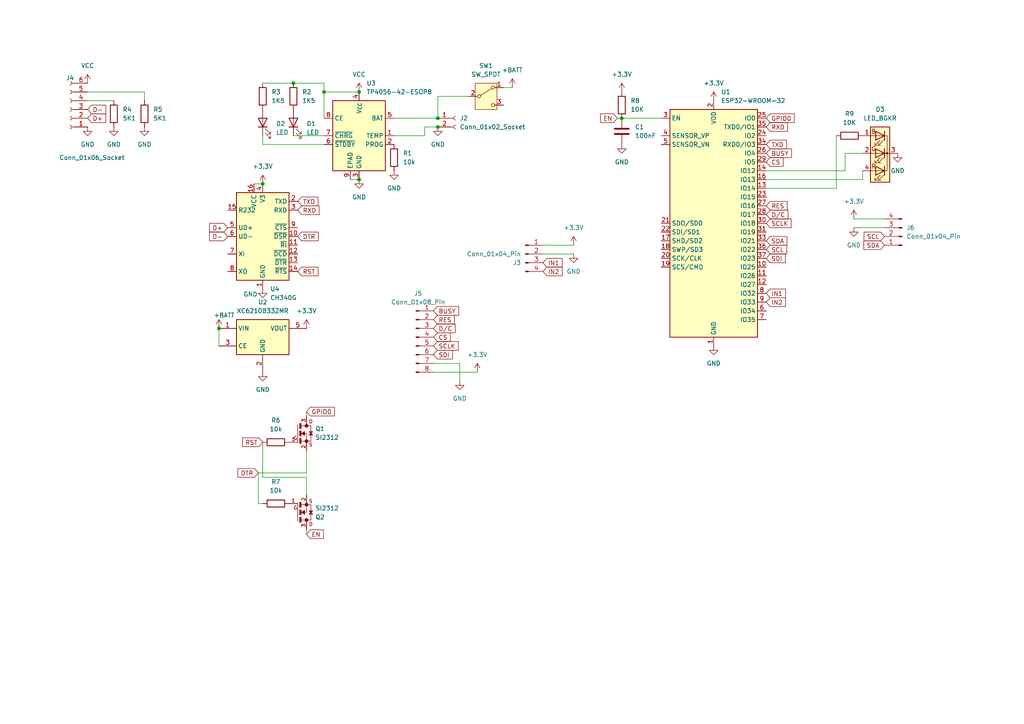
<source format=kicad_sch>
(kicad_sch (version 20250114) (generator "eeschema") (generator_version "9.0")
  (paper "A4")
  (lib_symbols
    (symbol "Battery_Management:TP4056-42-ESOP8"
      (property "Reference" "U" (at -6.604 11.684 0))
      (property "Value" "TP4056-42-ESOP8" (at 10.16 11.684 0))
      (symbol "TP4056-42-ESOP8_1_0"
        (pin input line (at -10.16 5.08 0) (length 2.54) (name "CE") (number "8"))
        (pin open_collector line (at -10.16 0 0) (length 2.54) (name "~{CHRG}") (number "7"))
        (pin open_collector line (at -10.16 -2.54 0) (length 2.54) (name "~{STDBY}") (number "6"))
        (pin passive line (at -2.54 -12.7 90) (length 2.54) (name "EPAD") (number "9"))
        (pin power_in line (at 0 12.7 270) (length 2.54) (name "V_{CC}") (number "4"))
        (pin power_in line (at 0 -12.7 90) (length 2.54) (name "GND") (number "3"))
        (pin power_out line (at 10.16 5.08 180) (length 2.54) (name "BAT") (number "5"))
        (pin input line (at 10.16 0 180) (length 2.54) (name "TEMP") (number "1"))
        (pin passive line (at 10.16 -2.54 180) (length 2.54) (name "PROG") (number "2"))
      )
      (symbol "TP4056-42-ESOP8_1_1"
        (rectangle (start -7.62 10.16) (end 7.62 -10.16) (stroke (width 0.254)) (fill (type background)))
      )
    )
    (symbol "Connector:Conn_01x02_Socket" (pin_names (offset 1.016) (hide yes))
      (property "Reference" "J" (at 0 2.54 0))
      (property "Value" "Conn_01x02_Socket" (at 0 -5.08 0))
      (symbol "Conn_01x02_Socket_1_1"
        (polyline (pts (xy -1.27 0) (xy -0.508 0)) (stroke (width 0.1524)))
        (polyline (pts (xy -1.27 -2.54) (xy -0.508 -2.54)) (stroke (width 0.1524)))
        (arc (start 0 -0.508) (mid -0.5058 0) (end 0 0.508) (stroke (width 0.1524)))
        (arc (start 0 -3.048) (mid -0.5058 -2.54) (end 0 -2.032) (stroke (width 0.1524)))
        (pin passive line (at -5.08 0 0) (length 3.81) (name "Pin_1") (number "1"))
        (pin passive line (at -5.08 -2.54 0) (length 3.81) (name "Pin_2") (number "2"))
      )
    )
    (symbol "Connector:Conn_01x04_Pin" (pin_names (offset 1.016) (hide yes))
      (property "Reference" "J" (at 0 5.08 0))
      (property "Value" "Conn_01x04_Pin" (at 0 -7.62 0))
      (symbol "Conn_01x04_Pin_1_1"
        (rectangle (start 0.8636 2.667) (end 0 2.413) (stroke (width 0.1524)) (fill (type outline)))
        (rectangle (start 0.8636 0.127) (end 0 -0.127) (stroke (width 0.1524)) (fill (type outline)))
        (rectangle (start 0.8636 -2.413) (end 0 -2.667) (stroke (width 0.1524)) (fill (type outline)))
        (rectangle (start 0.8636 -4.953) (end 0 -5.207) (stroke (width 0.1524)) (fill (type outline)))
        (polyline (pts (xy 1.27 2.54) (xy 0.8636 2.54)) (stroke (width 0.1524)))
        (polyline (pts (xy 1.27 0) (xy 0.8636 0)) (stroke (width 0.1524)))
        (polyline (pts (xy 1.27 -2.54) (xy 0.8636 -2.54)) (stroke (width 0.1524)))
        (polyline (pts (xy 1.27 -5.08) (xy 0.8636 -5.08)) (stroke (width 0.1524)))
        (pin passive line (at 5.08 2.54 180) (length 3.81) (name "Pin_1") (number "1"))
        (pin passive line (at 5.08 0 180) (length 3.81) (name "Pin_2") (number "2"))
        (pin passive line (at 5.08 -2.54 180) (length 3.81) (name "Pin_3") (number "3"))
        (pin passive line (at 5.08 -5.08 180) (length 3.81) (name "Pin_4") (number "4"))
      )
    )
    (symbol "Connector:Conn_01x06_Socket" (pin_names (offset 1.016) (hide yes))
      (property "Reference" "J" (at 0 7.62 0))
      (property "Value" "Conn_01x06_Socket" (at 0 -10.16 0))
      (symbol "Conn_01x06_Socket_1_1"
        (polyline (pts (xy -1.27 5.08) (xy -0.508 5.08)) (stroke (width 0.1524)))
        (polyline (pts (xy -1.27 2.54) (xy -0.508 2.54)) (stroke (width 0.1524)))
        (polyline (pts (xy -1.27 0) (xy -0.508 0)) (stroke (width 0.1524)))
        (polyline (pts (xy -1.27 -2.54) (xy -0.508 -2.54)) (stroke (width 0.1524)))
        (polyline (pts (xy -1.27 -5.08) (xy -0.508 -5.08)) (stroke (width 0.1524)))
        (polyline (pts (xy -1.27 -7.62) (xy -0.508 -7.62)) (stroke (width 0.1524)))
        (arc (start 0 4.572) (mid -0.5058 5.08) (end 0 5.588) (stroke (width 0.1524)))
        (arc (start 0 2.032) (mid -0.5058 2.54) (end 0 3.048) (stroke (width 0.1524)))
        (arc (start 0 -0.508) (mid -0.5058 0) (end 0 0.508) (stroke (width 0.1524)))
        (arc (start 0 -3.048) (mid -0.5058 -2.54) (end 0 -2.032) (stroke (width 0.1524)))
        (arc (start 0 -5.588) (mid -0.5058 -5.08) (end 0 -4.572) (stroke (width 0.1524)))
        (arc (start 0 -8.128) (mid -0.5058 -7.62) (end 0 -7.112) (stroke (width 0.1524)))
        (pin passive line (at -5.08 5.08 0) (length 3.81) (name "Pin_1") (number "1"))
        (pin passive line (at -5.08 2.54 0) (length 3.81) (name "Pin_2") (number "2"))
        (pin passive line (at -5.08 0 0) (length 3.81) (name "Pin_3") (number "3"))
        (pin passive line (at -5.08 -2.54 0) (length 3.81) (name "Pin_4") (number "4"))
        (pin passive line (at -5.08 -5.08 0) (length 3.81) (name "Pin_5") (number "5"))
        (pin passive line (at -5.08 -7.62 0) (length 3.81) (name "Pin_6") (number "6"))
      )
    )
    (symbol "Connector:Conn_01x08_Pin" (pin_names (offset 1.016) (hide yes))
      (property "Reference" "J" (at 0 10.16 0))
      (property "Value" "Conn_01x08_Pin" (at 0 -12.7 0))
      (symbol "Conn_01x08_Pin_1_1"
        (rectangle (start 0.8636 7.747) (end 0 7.493) (stroke (width 0.1524)) (fill (type outline)))
        (rectangle (start 0.8636 5.207) (end 0 4.953) (stroke (width 0.1524)) (fill (type outline)))
        (rectangle (start 0.8636 2.667) (end 0 2.413) (stroke (width 0.1524)) (fill (type outline)))
        (rectangle (start 0.8636 0.127) (end 0 -0.127) (stroke (width 0.1524)) (fill (type outline)))
        (rectangle (start 0.8636 -2.413) (end 0 -2.667) (stroke (width 0.1524)) (fill (type outline)))
        (rectangle (start 0.8636 -4.953) (end 0 -5.207) (stroke (width 0.1524)) (fill (type outline)))
        (rectangle (start 0.8636 -7.493) (end 0 -7.747) (stroke (width 0.1524)) (fill (type outline)))
        (rectangle (start 0.8636 -10.033) (end 0 -10.287) (stroke (width 0.1524)) (fill (type outline)))
        (polyline (pts (xy 1.27 7.62) (xy 0.8636 7.62)) (stroke (width 0.1524)))
        (polyline (pts (xy 1.27 5.08) (xy 0.8636 5.08)) (stroke (width 0.1524)))
        (polyline (pts (xy 1.27 2.54) (xy 0.8636 2.54)) (stroke (width 0.1524)))
        (polyline (pts (xy 1.27 0) (xy 0.8636 0)) (stroke (width 0.1524)))
        (polyline (pts (xy 1.27 -2.54) (xy 0.8636 -2.54)) (stroke (width 0.1524)))
        (polyline (pts (xy 1.27 -5.08) (xy 0.8636 -5.08)) (stroke (width 0.1524)))
        (polyline (pts (xy 1.27 -7.62) (xy 0.8636 -7.62)) (stroke (width 0.1524)))
        (polyline (pts (xy 1.27 -10.16) (xy 0.8636 -10.16)) (stroke (width 0.1524)))
        (pin passive line (at 5.08 7.62 180) (length 3.81) (name "Pin_1") (number "1"))
        (pin passive line (at 5.08 5.08 180) (length 3.81) (name "Pin_2") (number "2"))
        (pin passive line (at 5.08 2.54 180) (length 3.81) (name "Pin_3") (number "3"))
        (pin passive line (at 5.08 0 180) (length 3.81) (name "Pin_4") (number "4"))
        (pin passive line (at 5.08 -2.54 180) (length 3.81) (name "Pin_5") (number "5"))
        (pin passive line (at 5.08 -5.08 180) (length 3.81) (name "Pin_6") (number "6"))
        (pin passive line (at 5.08 -7.62 180) (length 3.81) (name "Pin_7") (number "7"))
        (pin passive line (at 5.08 -10.16 180) (length 3.81) (name "Pin_8") (number "8"))
      )
    )
    (symbol "Device:C" (pin_numbers (hide yes)) (pin_names (offset 0.254))
      (property "Reference" "C" (at 0.635 2.54 0))
      (property "Value" "C" (at 0.635 -2.54 0))
      (symbol "C_0_1"
        (polyline (pts (xy -2.032 0.762) (xy 2.032 0.762)) (stroke (width 0.508)))
        (polyline (pts (xy -2.032 -0.762) (xy 2.032 -0.762)) (stroke (width 0.508)))
      )
      (symbol "C_1_1"
        (pin passive line (at 0 3.81 270) (length 2.794) (name "~") (number "1"))
        (pin passive line (at 0 -3.81 90) (length 2.794) (name "~") (number "2"))
      )
    )
    (symbol "Device:LED" (pin_numbers (hide yes)) (pin_names (offset 1.016) (hide yes))
      (property "Reference" "D" (at 0 2.54 0))
      (property "Value" "LED" (at 0 -2.54 0))
      (symbol "LED_0_1"
        (polyline (pts (xy -3.048 -0.762) (xy -4.572 -2.286) (xy -3.81 -2.286) (xy -4.572 -2.286) (xy -4.572 -1.524)))
        (polyline (pts (xy -1.778 -0.762) (xy -3.302 -2.286) (xy -2.54 -2.286) (xy -3.302 -2.286) (xy -3.302 -1.524)))
        (polyline (pts (xy -1.27 0) (xy 1.27 0)))
        (polyline (pts (xy -1.27 -1.27) (xy -1.27 1.27)) (stroke (width 0.254)))
        (polyline (pts (xy 1.27 -1.27) (xy 1.27 1.27) (xy -1.27 0) (xy 1.27 -1.27)) (stroke (width 0.254)))
      )
      (symbol "LED_1_1"
        (pin passive line (at -3.81 0 0) (length 2.54) (name "K") (number "1"))
        (pin passive line (at 3.81 0 180) (length 2.54) (name "A") (number "2"))
      )
    )
    (symbol "Device:LED_BGKR" (pin_names (offset 0) (hide yes))
      (property "Reference" "D" (at 0 9.398 0))
      (property "Value" "LED_BGKR" (at 0 -8.89 0))
      (symbol "LED_BGKR_0_0"
        (text "R" (at 1.905 3.81 0) (effects (font (size 1.27 1.27))))
        (text "G" (at 1.905 -1.27 0) (effects (font (size 1.27 1.27))))
        (text "B" (at 1.905 -6.35 0) (effects (font (size 1.27 1.27))))
      )
      (symbol "LED_BGKR_0_1"
        (circle (center -2.032 0) (radius 0.254) (fill (type outline)))
        (polyline (pts (xy -1.27 6.35) (xy -1.27 3.81)) (stroke (width 0.254)))
        (polyline (pts (xy -1.27 6.35) (xy -1.27 3.81) (xy -1.27 3.81)))
        (polyline (pts (xy -1.27 5.08) (xy 1.27 5.08)))
        (polyline (pts (xy -1.27 5.08) (xy -2.032 5.08) (xy -2.032 -5.08) (xy -1.016 -5.08)))
        (polyline (pts (xy -1.27 1.27) (xy -1.27 -1.27)) (stroke (width 0.254)))
        (polyline (pts (xy -1.27 1.27) (xy -1.27 -1.27) (xy -1.27 -1.27)))
        (polyline (pts (xy -1.27 0) (xy -2.54 0)))
        (polyline (pts (xy -1.27 -3.81) (xy -1.27 -6.35)) (stroke (width 0.254)))
        (polyline (pts (xy -1.27 -5.08) (xy 1.27 -5.08)))
        (polyline (pts (xy -1.016 6.35) (xy 0.508 7.874) (xy -0.254 7.874) (xy 0.508 7.874) (xy 0.508 7.112)))
        (polyline (pts (xy -1.016 1.27) (xy 0.508 2.794) (xy -0.254 2.794) (xy 0.508 2.794) (xy 0.508 2.032)))
        (polyline (pts (xy -1.016 -3.81) (xy 0.508 -2.286) (xy -0.254 -2.286) (xy 0.508 -2.286) (xy 0.508 -3.048)))
        (polyline (pts (xy 0 6.35) (xy 1.524 7.874) (xy 0.762 7.874) (xy 1.524 7.874) (xy 1.524 7.112)))
        (polyline (pts (xy 0 1.27) (xy 1.524 2.794) (xy 0.762 2.794) (xy 1.524 2.794) (xy 1.524 2.032)))
        (polyline (pts (xy 0 -3.81) (xy 1.524 -2.286) (xy 0.762 -2.286) (xy 1.524 -2.286) (xy 1.524 -3.048)))
        (polyline (pts (xy 1.27 6.35) (xy 1.27 3.81) (xy -1.27 5.08) (xy 1.27 6.35)) (stroke (width 0.254)))
        (rectangle (start 1.27 6.35) (end 1.27 6.35))
        (polyline (pts (xy 1.27 5.08) (xy 2.54 5.08)))
        (rectangle (start 1.27 3.81) (end 1.27 6.35))
        (polyline (pts (xy 1.27 1.27) (xy 1.27 -1.27) (xy -1.27 0) (xy 1.27 1.27)) (stroke (width 0.254)))
        (rectangle (start 1.27 1.27) (end 1.27 1.27))
        (polyline (pts (xy 1.27 0) (xy -1.27 0)))
        (polyline (pts (xy 1.27 0) (xy 2.54 0)))
        (rectangle (start 1.27 -1.27) (end 1.27 1.27))
        (polyline (pts (xy 1.27 -3.81) (xy 1.27 -6.35) (xy -1.27 -5.08) (xy 1.27 -3.81)) (stroke (width 0.254)))
        (polyline (pts (xy 1.27 -5.08) (xy 2.54 -5.08)))
        (rectangle (start 2.794 8.382) (end -2.794 -7.62) (stroke (width 0.254)) (fill (type background)))
      )
      (symbol "LED_BGKR_1_1"
        (pin passive line (at -5.08 0 0) (length 2.54) (name "K") (number "3"))
        (pin passive line (at 5.08 5.08 180) (length 2.54) (name "RA") (number "4"))
        (pin passive line (at 5.08 0 180) (length 2.54) (name "GA") (number "2"))
        (pin passive line (at 5.08 -5.08 180) (length 2.54) (name "BA") (number "1"))
      )
    )
    (symbol "Device:R" (pin_numbers (hide yes)) (pin_names (offset 0))
      (property "Reference" "R" (at 2.032 0 90))
      (property "Value" "R" (at 0 0 90))
      (symbol "R_0_1"
        (rectangle (start -1.016 -2.54) (end 1.016 2.54) (stroke (width 0.254)))
      )
      (symbol "R_1_1"
        (pin passive line (at 0 3.81 270) (length 1.27) (name "~") (number "1"))
        (pin passive line (at 0 -3.81 90) (length 1.27) (name "~") (number "2"))
      )
    )
    (symbol "Interface_USB:CH340G"
      (property "Reference" "U" (at -5.08 13.97 0))
      (property "Value" "CH340G" (at 1.27 13.97 0))
      (symbol "CH340G_0_1"
        (rectangle (start -7.62 12.7) (end 7.62 -12.7) (stroke (width 0.254)) (fill (type background)))
      )
      (symbol "CH340G_1_1"
        (pin input line (at -10.16 7.62 0) (length 2.54) (name "R232") (number "15"))
        (pin bidirectional line (at -10.16 2.54 0) (length 2.54) (name "UD+") (number "5"))
        (pin bidirectional line (at -10.16 0 0) (length 2.54) (name "UD-") (number "6"))
        (pin input line (at -10.16 -5.08 0) (length 2.54) (name "XI") (number "7"))
        (pin output line (at -10.16 -10.16 0) (length 2.54) (name "XO") (number "8"))
        (pin power_in line (at -2.54 15.24 270) (length 2.54) (name "VCC") (number "16"))
        (pin power_out line (at 0 15.24 270) (length 2.54) (name "V3") (number "4"))
        (pin power_in line (at 0 -15.24 90) (length 2.54) (name "GND") (number "1"))
        (pin output line (at 10.16 10.16 180) (length 2.54) (name "TXD") (number "2"))
        (pin input line (at 10.16 7.62 180) (length 2.54) (name "RXD") (number "3"))
        (pin input line (at 10.16 2.54 180) (length 2.54) (name "~{CTS}") (number "9"))
        (pin input line (at 10.16 0 180) (length 2.54) (name "~{DSR}") (number "10"))
        (pin input line (at 10.16 -2.54 180) (length 2.54) (name "~{RI}") (number "11"))
        (pin input line (at 10.16 -5.08 180) (length 2.54) (name "~{DCD}") (number "12"))
        (pin output line (at 10.16 -7.62 180) (length 2.54) (name "~{DTR}") (number "13"))
        (pin output line (at 10.16 -10.16 180) (length 2.54) (name "~{RTS}") (number "14"))
      )
    )
    (symbol "RF_Module:ESP32-WROOM-32"
      (property "Reference" "U" (at -12.7 34.29 0))
      (property "Value" "ESP32-WROOM-32" (at 1.27 34.29 0))
      (symbol "ESP32-WROOM-32_0_1"
        (rectangle (start -12.7 33.02) (end 12.7 -33.02) (stroke (width 0.254)) (fill (type background)))
      )
      (symbol "ESP32-WROOM-32_1_1"
        (pin input line (at -15.24 30.48 0) (length 2.54) (name "EN") (number "3"))
        (pin input line (at -15.24 25.4 0) (length 2.54) (name "SENSOR_VP") (number "4"))
        (pin input line (at -15.24 22.86 0) (length 2.54) (name "SENSOR_VN") (number "5"))
        (pin bidirectional line (at -15.24 0 0) (length 2.54) (name "SDO/SD0") (number "21"))
        (pin bidirectional line (at -15.24 -2.54 0) (length 2.54) (name "SDI/SD1") (number "22"))
        (pin bidirectional line (at -15.24 -5.08 0) (length 2.54) (name "SHD/SD2") (number "17"))
        (pin bidirectional line (at -15.24 -7.62 0) (length 2.54) (name "SWP/SD3") (number "18"))
        (pin bidirectional line (at -15.24 -10.16 0) (length 2.54) (name "SCK/CLK") (number "20"))
        (pin bidirectional line (at -15.24 -12.7 0) (length 2.54) (name "SCS/CMD") (number "19"))
        (pin no_connect line (at -12.7 -27.94 0) (length 2.54) (hide yes) (name "NC") (number "32"))
        (pin power_in line (at 0 35.56 270) (length 2.54) (name "VDD") (number "2"))
        (pin power_in line (at 0 -35.56 90) (length 2.54) (name "GND") (number "1"))
        (pin passive line (at 0 -35.56 90) (length 2.54) (hide yes) (name "GND") (number "15"))
        (pin passive line (at 0 -35.56 90) (length 2.54) (hide yes) (name "GND") (number "38"))
        (pin passive line (at 0 -35.56 90) (length 2.54) (hide yes) (name "GND") (number "39"))
        (pin bidirectional line (at 15.24 30.48 180) (length 2.54) (name "IO0") (number "25"))
        (pin bidirectional line (at 15.24 27.94 180) (length 2.54) (name "TXD0/IO1") (number "35"))
        (pin bidirectional line (at 15.24 25.4 180) (length 2.54) (name "IO2") (number "24"))
        (pin bidirectional line (at 15.24 22.86 180) (length 2.54) (name "RXD0/IO3") (number "34"))
        (pin bidirectional line (at 15.24 20.32 180) (length 2.54) (name "IO4") (number "26"))
        (pin bidirectional line (at 15.24 17.78 180) (length 2.54) (name "IO5") (number "29"))
        (pin bidirectional line (at 15.24 15.24 180) (length 2.54) (name "IO12") (number "14"))
        (pin bidirectional line (at 15.24 12.7 180) (length 2.54) (name "IO13") (number "16"))
        (pin bidirectional line (at 15.24 10.16 180) (length 2.54) (name "IO14") (number "13"))
        (pin bidirectional line (at 15.24 7.62 180) (length 2.54) (name "IO15") (number "23"))
        (pin bidirectional line (at 15.24 5.08 180) (length 2.54) (name "IO16") (number "27"))
        (pin bidirectional line (at 15.24 2.54 180) (length 2.54) (name "IO17") (number "28"))
        (pin bidirectional line (at 15.24 0 180) (length 2.54) (name "IO18") (number "30"))
        (pin bidirectional line (at 15.24 -2.54 180) (length 2.54) (name "IO19") (number "31"))
        (pin bidirectional line (at 15.24 -5.08 180) (length 2.54) (name "IO21") (number "33"))
        (pin bidirectional line (at 15.24 -7.62 180) (length 2.54) (name "IO22") (number "36"))
        (pin bidirectional line (at 15.24 -10.16 180) (length 2.54) (name "IO23") (number "37"))
        (pin bidirectional line (at 15.24 -12.7 180) (length 2.54) (name "IO25") (number "10"))
        (pin bidirectional line (at 15.24 -15.24 180) (length 2.54) (name "IO26") (number "11"))
        (pin bidirectional line (at 15.24 -17.78 180) (length 2.54) (name "IO27") (number "12"))
        (pin bidirectional line (at 15.24 -20.32 180) (length 2.54) (name "IO32") (number "8"))
        (pin bidirectional line (at 15.24 -22.86 180) (length 2.54) (name "IO33") (number "9"))
        (pin input line (at 15.24 -25.4 180) (length 2.54) (name "IO34") (number "6"))
        (pin input line (at 15.24 -27.94 180) (length 2.54) (name "IO35") (number "7"))
      )
    )
    (symbol "Regulator_Linear:XC6210B332MR"
      (property "Reference" "U" (at 0 8.89 0))
      (property "Value" "XC6210B332MR" (at 0 6.35 0))
      (symbol "XC6210B332MR_0_1"
        (rectangle (start -7.62 5.08) (end 7.62 -5.08) (stroke (width 0.254)) (fill (type background)))
      )
      (symbol "XC6210B332MR_1_1"
        (pin power_in line (at -12.7 2.54 0) (length 5.08) (name "VIN") (number "1"))
        (pin input line (at -12.7 -2.54 0) (length 5.08) (name "CE") (number "3"))
        (pin power_in line (at 0 -10.16 90) (length 5.08) (name "GND") (number "2"))
        (pin no_connect line (at 7.62 -2.54 180) (length 5.08) (hide yes) (name "NC") (number "4"))
        (pin power_out line (at 12.7 2.54 180) (length 5.08) (name "VOUT") (number "5"))
      )
    )
    (symbol "SI2312:SI2312" (pin_names (offset 1.016))
      (property "Reference" "Q" (at 2.54 0 0))
      (property "Value" "SI2312" (at 2.54 -2.54 0))
      (symbol "SI2312_0_0"
        (polyline (pts (xy -2.54 -2.54) (xy -2.54 2.54)) (stroke (width 0.1524)))
        (rectangle (start -2.032 1.397) (end -1.524 2.921) (stroke (width 0.1)) (fill (type outline)))
        (rectangle (start -2.032 -0.762) (end -1.524 0.762) (stroke (width 0.1)) (fill (type outline)))
        (rectangle (start -2.032 -2.921) (end -1.524 -1.397) (stroke (width 0.1)) (fill (type outline)))
        (polyline (pts (xy -1.5875 2.2225) (xy 0 2.2225)) (stroke (width 0.1524)))
        (polyline (pts (xy -1.5875 -2.2225) (xy 0 -2.2225)) (stroke (width 0.1524)))
        (polyline (pts (xy -1.524 0) (xy -0.508 0.635) (xy -0.508 -0.635) (xy -1.524 0)) (stroke (width 0.1016)) (fill (type outline)))
        (polyline (pts (xy -0.508 0) (xy 0 0)) (stroke (width 0.1524)))
        (polyline (pts (xy 0 2.54) (xy 0 2.2225)) (stroke (width 0.1524)))
        (circle (center 0 2.2225) (radius 0.127) (stroke (width 0.4064)))
        (polyline (pts (xy 0 2.2225) (xy 1.27 2.2225)) (stroke (width 0.1524)))
        (polyline (pts (xy 0 0) (xy 0 -2.2225)) (stroke (width 0.1524)))
        (polyline (pts (xy 0 -2.2225) (xy 0 -2.54)) (stroke (width 0.1524)))
        (circle (center 0 -2.2225) (radius 0.127) (stroke (width 0.4064)))
        (rectangle (start 0.762 0.3175) (end 1.778 0.5715) (stroke (width 0.1)) (fill (type outline)))
        (polyline (pts (xy 1.27 2.2225) (xy 1.27 -2.2225)) (stroke (width 0.1524)))
        (polyline (pts (xy 1.27 0.3175) (xy 0.762 -0.4445) (xy 1.778 -0.4445) (xy 1.27 0.3175)) (stroke (width 0.1524)) (fill (type outline)))
        (polyline (pts (xy 1.27 -2.2225) (xy 0 -2.2225)) (stroke (width 0.1524)))
        (text "G" (at -3.81 -1.905 0) (effects (font (size 1.016 1.016)) (justify left bottom)))
        (text "D" (at 0.635 2.8575 0) (effects (font (size 1.016 1.016)) (justify left bottom)))
        (text "S" (at 0.635 -3.81 0) (effects (font (size 1.016 1.016)) (justify left bottom)))
        (pin passive line (at -5.08 -2.54 0) (length 2.54) (name "~") (number "1"))
        (pin passive line (at 0 5.08 270) (length 2.54) (name "~") (number "3"))
        (pin passive line (at 0 -5.08 90) (length 2.54) (name "~") (number "2"))
      )
    )
    (symbol "Switch:SW_SPDT" (pin_names (offset 0) (hide yes))
      (property "Reference" "SW" (at 0 5.08 0))
      (property "Value" "SW_SPDT" (at 0 -5.08 0))
      (symbol "SW_SPDT_0_1"
        (circle (center -2.032 0) (radius 0.4572))
        (polyline (pts (xy -1.651 0.254) (xy 1.651 2.286)))
        (circle (center 2.032 2.54) (radius 0.4572))
        (circle (center 2.032 -2.54) (radius 0.4572))
      )
      (symbol "SW_SPDT_1_1"
        (rectangle (start -3.175 3.81) (end 3.175 -3.81) (fill (type background)))
        (pin passive line (at -5.08 0 0) (length 2.54) (name "B") (number "2"))
        (pin passive line (at 5.08 2.54 180) (length 2.54) (name "A") (number "1"))
        (pin passive line (at 5.08 -2.54 180) (length 2.54) (name "C") (number "3"))
      )
    )
    (symbol "power:+3.3V" (power) (pin_numbers (hide yes)) (pin_names (offset 0) (hide yes))
      (property "Value" "+3.3V" (at 0 3.556 0))
      (symbol "+3.3V_0_1"
        (polyline (pts (xy -0.762 1.27) (xy 0 2.54)))
        (polyline (pts (xy 0 2.54) (xy 0.762 1.27)))
        (polyline (pts (xy 0 0) (xy 0 2.54)))
      )
      (symbol "+3.3V_1_1"
        (pin power_in line (at 0 0 90) (length 0) (name "~") (number "1"))
      )
    )
    (symbol "power:+BATT" (power) (pin_numbers (hide yes)) (pin_names (offset 0) (hide yes))
      (property "Value" "+BATT" (at 0 3.556 0))
      (symbol "+BATT_0_1"
        (polyline (pts (xy -0.762 1.27) (xy 0 2.54)))
        (polyline (pts (xy 0 2.54) (xy 0.762 1.27)))
        (polyline (pts (xy 0 0) (xy 0 2.54)))
      )
      (symbol "+BATT_1_1"
        (pin power_in line (at 0 0 90) (length 0) (name "~") (number "1"))
      )
    )
    (symbol "power:GND" (power) (pin_numbers (hide yes)) (pin_names (offset 0) (hide yes))
      (property "Value" "GND" (at 0 -3.81 0))
      (symbol "GND_0_1"
        (polyline (pts (xy 0 0) (xy 0 -1.27) (xy 1.27 -1.27) (xy 0 -2.54) (xy -1.27 -1.27) (xy 0 -1.27)))
      )
      (symbol "GND_1_1"
        (pin power_in line (at 0 0 270) (length 0) (name "~") (number "1"))
      )
    )
    (symbol "power:VCC" (power) (pin_numbers (hide yes)) (pin_names (offset 0) (hide yes))
      (property "Value" "VCC" (at 0 3.556 0))
      (symbol "VCC_0_1"
        (polyline (pts (xy -0.762 1.27) (xy 0 2.54)))
        (polyline (pts (xy 0 2.54) (xy 0.762 1.27)))
        (polyline (pts (xy 0 0) (xy 0 2.54)))
      )
      (symbol "VCC_1_1"
        (pin power_in line (at 0 0 90) (length 0) (name "~") (number "1"))
      )
    )
  )
  (junction (at 127 34.29))
  (junction (at 127 36.83))
  (junction (at 180.34 34.29))
  (junction (at 85.09 24.13))
  (junction (at 76.2 53.34))
  (junction (at 104.14 52.07))
  (junction (at 63.5 95.25))
  (junction (at 104.14 26.67))
  (junction (at 93.98 26.67))
  (wire (pts (xy 250.19 44.45) (xy 245.11 44.45)))
  (wire (pts (xy 63.5 95.25) (xy 63.5 100.33)))
  (wire (pts (xy 76.2 138.43) (xy 88.9 138.43)))
  (wire (pts (xy 180.34 34.29) (xy 191.77 34.29)))
  (wire (pts (xy 123.19 36.83) (xy 123.19 39.37)))
  (wire (pts (xy 127 27.94) (xy 127 34.29)))
  (wire (pts (xy 88.9 138.43) (xy 88.9 143.51)))
  (wire (pts (xy 114.3 34.29) (xy 127 34.29)))
  (wire (pts (xy 157.48 71.12) (xy 166.37 71.12)))
  (wire (pts (xy 85.09 24.13) (xy 93.98 24.13)))
  (wire (pts (xy 250.19 52.07) (xy 222.25 52.07)))
  (wire (pts (xy 125.73 107.95) (xy 138.43 107.95)))
  (wire (pts (xy 250.19 49.53) (xy 250.19 52.07)))
  (wire (pts (xy 74.93 146.05) (xy 76.2 146.05)))
  (wire (pts (xy 93.98 41.91) (xy 76.2 41.91)))
  (wire (pts (xy 148.59 25.4) (xy 146.05 25.4)))
  (wire (pts (xy 88.9 137.16) (xy 74.93 137.16)))
  (wire (pts (xy 247.65 66.04) (xy 256.54 66.04)))
  (wire (pts (xy 76.2 24.13) (xy 85.09 24.13)))
  (wire (pts (xy 88.9 130.81) (xy 88.9 137.16)))
  (wire (pts (xy 245.11 49.53) (xy 222.25 49.53)))
  (wire (pts (xy 242.57 54.61) (xy 222.25 54.61)))
  (wire (pts (xy 25.4 26.67) (xy 41.91 26.67)))
  (wire (pts (xy 133.35 110.49) (xy 133.35 105.41)))
  (wire (pts (xy 73.66 53.34) (xy 76.2 53.34)))
  (wire (pts (xy 41.91 26.67) (xy 41.91 29.21)))
  (wire (pts (xy 245.11 44.45) (xy 245.11 49.53)))
  (wire (pts (xy 74.93 137.16) (xy 74.93 146.05)))
  (wire (pts (xy 101.6 52.07) (xy 104.14 52.07)))
  (wire (pts (xy 123.19 36.83) (xy 127 36.83)))
  (wire (pts (xy 114.3 39.37) (xy 123.19 39.37)))
  (wire (pts (xy 247.65 63.5) (xy 256.54 63.5)))
  (wire (pts (xy 85.09 39.37) (xy 93.98 39.37)))
  (wire (pts (xy 133.35 105.41) (xy 125.73 105.41)))
  (wire (pts (xy 33.02 29.21) (xy 25.4 29.21)))
  (wire (pts (xy 88.9 154.94) (xy 88.9 153.67)))
  (wire (pts (xy 179.07 34.29) (xy 180.34 34.29)))
  (wire (pts (xy 76.2 41.91) (xy 76.2 39.37)))
  (wire (pts (xy 88.9 119.38) (xy 88.9 120.65)))
  (wire (pts (xy 93.98 26.67) (xy 104.14 26.67)))
  (wire (pts (xy 242.57 39.37) (xy 242.57 54.61)))
  (wire (pts (xy 135.89 27.94) (xy 127 27.94)))
  (wire (pts (xy 93.98 34.29) (xy 93.98 26.67)))
  (wire (pts (xy 157.48 73.66) (xy 166.37 73.66)))
  (wire (pts (xy 76.2 128.27) (xy 76.2 138.43)))
  (wire (pts (xy 93.98 24.13) (xy 93.98 26.67)))
  (global_label "CS" (shape input) (at 125.73 97.79 0) (property "Intersheetrefs" "${INTERSHEET_REFS}" (effects (hide yes))))
  (global_label "D{slash}C" (shape input) (at 125.73 95.25 0) (property "Intersheetrefs" "${INTERSHEET_REFS}" (effects (hide yes))))
  (global_label "RES" (shape input) (at 125.73 92.71 0) (property "Intersheetrefs" "${INTERSHEET_REFS}" (effects (hide yes))))
  (global_label "SDI" (shape input) (at 125.73 102.87 0) (property "Intersheetrefs" "${INTERSHEET_REFS}" (effects (hide yes))))
  (global_label "SCL" (shape input) (at 222.25 72.39 0) (property "Intersheetrefs" "${INTERSHEET_REFS}" (effects (hide yes))))
  (global_label "EN" (shape input) (at 179.07 34.29 180) (property "Intersheetrefs" "${INTERSHEET_REFS}" (effects (hide yes))))
  (global_label "DTR" (shape input) (at 86.36 68.58 0) (property "Intersheetrefs" "${INTERSHEET_REFS}" (effects (hide yes))))
  (global_label "IN1" (shape input) (at 222.25 85.09 0) (property "Intersheetrefs" "${INTERSHEET_REFS}" (effects (hide yes))))
  (global_label "D-" (shape input) (at 25.4 31.75 0) (property "Intersheetrefs" "${INTERSHEET_REFS}" (effects (hide yes))))
  (global_label "GPIO0" (shape input) (at 222.25 34.29 0) (property "Intersheetrefs" "${INTERSHEET_REFS}" (effects (hide yes))))
  (global_label "D+" (shape input) (at 25.4 34.29 0) (property "Intersheetrefs" "${INTERSHEET_REFS}" (effects (hide yes))))
  (global_label "TXD" (shape input) (at 86.36 58.42 0) (property "Intersheetrefs" "${INTERSHEET_REFS}" (effects (hide yes))))
  (global_label "SDA" (shape input) (at 222.25 69.85 0) (property "Intersheetrefs" "${INTERSHEET_REFS}" (effects (hide yes))))
  (global_label "IN2" (shape input) (at 222.25 87.63 0) (property "Intersheetrefs" "${INTERSHEET_REFS}" (effects (hide yes))))
  (global_label "TXD" (shape input) (at 222.25 41.91 0) (property "Intersheetrefs" "${INTERSHEET_REFS}" (effects (hide yes))))
  (global_label "SCLK" (shape input) (at 222.25 64.77 0) (property "Intersheetrefs" "${INTERSHEET_REFS}" (effects (hide yes))))
  (global_label "EN" (shape input) (at 88.9 154.94 0) (property "Intersheetrefs" "${INTERSHEET_REFS}" (effects (hide yes))))
  (global_label "D{slash}C" (shape input) (at 222.25 62.23 0) (property "Intersheetrefs" "${INTERSHEET_REFS}" (effects (hide yes))))
  (global_label "D-" (shape input) (at 66.04 68.58 180) (property "Intersheetrefs" "${INTERSHEET_REFS}" (effects (hide yes))))
  (global_label "RES" (shape input) (at 222.25 59.69 0) (property "Intersheetrefs" "${INTERSHEET_REFS}" (effects (hide yes))))
  (global_label "IN1" (shape input) (at 157.48 76.2 0) (property "Intersheetrefs" "${INTERSHEET_REFS}" (effects (hide yes))))
  (global_label "SDA" (shape input) (at 256.54 71.12 180) (property "Intersheetrefs" "${INTERSHEET_REFS}" (effects (hide yes))))
  (global_label "RST" (shape input) (at 76.2 128.27 180) (property "Intersheetrefs" "${INTERSHEET_REFS}" (effects (hide yes))))
  (global_label "RXD" (shape input) (at 86.36 60.96 0) (property "Intersheetrefs" "${INTERSHEET_REFS}" (effects (hide yes))))
  (global_label "RST" (shape input) (at 86.36 78.74 0) (property "Intersheetrefs" "${INTERSHEET_REFS}" (effects (hide yes))))
  (global_label "SCL" (shape input) (at 256.54 68.58 180) (property "Intersheetrefs" "${INTERSHEET_REFS}" (effects (hide yes))))
  (global_label "D+" (shape input) (at 66.04 66.04 180) (property "Intersheetrefs" "${INTERSHEET_REFS}" (effects (hide yes))))
  (global_label "CS" (shape input) (at 222.25 46.99 0) (property "Intersheetrefs" "${INTERSHEET_REFS}" (effects (hide yes))))
  (global_label "IN2" (shape input) (at 157.48 78.74 0) (property "Intersheetrefs" "${INTERSHEET_REFS}" (effects (hide yes))))
  (global_label "SCLK" (shape input) (at 125.73 100.33 0) (property "Intersheetrefs" "${INTERSHEET_REFS}" (effects (hide yes))))
  (global_label "GPIO0" (shape input) (at 88.9 119.38 0) (property "Intersheetrefs" "${INTERSHEET_REFS}" (effects (hide yes))))
  (global_label "DTR" (shape input) (at 74.93 137.16 180) (property "Intersheetrefs" "${INTERSHEET_REFS}" (effects (hide yes))))
  (global_label "BUSY" (shape input) (at 222.25 44.45 0) (property "Intersheetrefs" "${INTERSHEET_REFS}" (effects (hide yes))))
  (global_label "RXD" (shape input) (at 222.25 36.83 0) (property "Intersheetrefs" "${INTERSHEET_REFS}" (effects (hide yes))))
  (global_label "SDI" (shape input) (at 222.25 74.93 0) (property "Intersheetrefs" "${INTERSHEET_REFS}" (effects (hide yes))))
  (global_label "BUSY" (shape input) (at 125.73 90.17 0) (property "Intersheetrefs" "${INTERSHEET_REFS}" (effects (hide yes))))
  (symbol (lib_id "Device:C") (at 180.34 38.1 0) (unit 1)
    (property "Reference" "C1" (at 184.15 36.8299 0) (effects (justify left)))
    (property "Value" "100nF" (at 184.15 39.3699 0) (effects (justify left)))
    (property "Footprint" "Capacitor_SMD:C_0805_2012Metric_Pad1.18x1.45mm_HandSolder" (effects (hide yes)))
    (property "Description" "Unpolarized capacitor" (effects (hide yes)))
  )
  (symbol (lib_id "power:VCC") (at 104.14 26.67 0) (unit 1)
    (property "Reference" "#PWR06" (effects (hide yes)))
    (property "Value" "VCC" (at 104.14 21.59 0))
    (property "Description" "Power symbol creates a global label with name \"VCC\"" (effects (hide yes)))
  )
  (symbol (lib_id "Connector:Conn_01x02_Socket") (at 132.08 34.29 0) (unit 1)
    (property "Reference" "J2" (at 133.35 34.2899 0) (effects (justify left)))
    (property "Value" "Conn_01x02_Socket" (at 133.35 36.8299 0) (effects (justify left)))
    (property "Footprint" "Connector_JST:JST_PH_S2B-PH-K_1x02_P2.00mm_Horizontal" (effects (hide yes)))
    (property "Description" "Generic connector, single row, 01x02, script generated" (effects (hide yes)))
  )
  (symbol (lib_id "Device:R") (at 41.91 33.02 0) (unit 1)
    (property "Reference" "R5" (at 44.45 31.7499 0) (effects (justify left)))
    (property "Value" "5K1" (at 44.45 34.2899 0) (effects (justify left)))
    (property "Footprint" "Resistor_SMD:R_0805_2012Metric_Pad1.20x1.40mm_HandSolder" (effects (hide yes)))
    (property "Description" "Resistor" (effects (hide yes)))
  )
  (symbol (lib_id "power:GND") (at 25.4 36.83 0) (unit 1)
    (property "Reference" "#PWR019" (effects (hide yes)))
    (property "Value" "GND" (at 25.4 41.91 0))
    (property "Description" "Power symbol creates a global label with name \"GND\" , ground" (effects (hide yes)))
  )
  (symbol (lib_id "Device:LED_BGKR") (at 255.27 44.45 180) (unit 1)
    (property "Reference" "D3" (at 255.27 31.75 0))
    (property "Value" "LED_BGKR" (at 255.27 34.29 0))
    (property "Footprint" "LED_THT:LED_D5.0mm-4_RGB" (effects (hide yes)))
    (property "Description" "RGB LED, blue/green/cathode/red" (effects (hide yes)))
  )
  (symbol (lib_id "SI2312:SI2312") (at 88.9 125.73 0) (unit 1)
    (property "Reference" "Q1" (at 91.44 124.3564 0) (effects (justify left)))
    (property "Value" "SI2312" (at 91.44 126.8964 0) (effects (justify left)))
    (property "Footprint" "SI2312:SOT23" (effects (hide yes)))
    (property "MF" "Micro Commercial Components" (effects (hide yes)))
    (property "Purchase-URL" "https://pricing.snapeda.com/search/part/SI2312/?ref=eda" (effects (hide yes)))
    (property "Package" "SOT-23 MCC" (effects (hide yes)))
    (property "Price" "None" (effects (hide yes)))
    (property "Check_prices" "https://www.snapeda.com/parts/SI2312-TP/Micro+Commercial/view-part/?ref=eda" (effects (hide yes)))
    (property "SnapEDA_Link" "https://www.snapeda.com/parts/SI2312-TP/Micro+Commercial/view-part/?ref=snap" (effects (hide yes)))
    (property "MP" "SI2312-TP" (effects (hide yes)))
    (property "Availability" "In Stock" (effects (hide yes)))
    (property "Description_1" "N-Channel 20V 5A (Ta) 350mW (Ta) Surface Mount SOT-23-3" (effects (hide yes)))
  )
  (symbol (lib_id "power:GND") (at 114.3 49.53 0) (mirror y) (unit 1)
    (property "Reference" "#PWR011" (effects (hide yes)))
    (property "Value" "GND" (at 114.3 54.61 0))
    (property "Description" "Power symbol creates a global label with name \"GND\" , ground" (effects (hide yes)))
  )
  (symbol (lib_id "Connector:Conn_01x04_Pin") (at 261.62 68.58 180) (unit 1)
    (property "Reference" "J6" (at 262.89 66.0399 0) (effects (justify right)))
    (property "Value" "Conn_01x04_Pin" (at 262.89 68.5799 0) (effects (justify right)))
    (property "Footprint" "Connector_JST:JST_XH_B4B-XH-AM_1x04_P2.50mm_Vertical" (effects (hide yes)))
    (property "Description" "Generic connector, single row, 01x04, script generated" (effects (hide yes)))
  )
  (symbol (lib_id "Connector:Conn_01x04_Pin") (at 152.4 73.66 0) (unit 1)
    (property "Reference" "J3" (at 151.13 76.2001 0) (effects (justify right)))
    (property "Value" "Conn_01x04_Pin" (at 151.13 73.6601 0) (effects (justify right)))
    (property "Footprint" "Connector_PinHeader_2.54mm:PinHeader_1x04_P2.54mm_Vertical" (effects (hide yes)))
    (property "Description" "Generic connector, single row, 01x04, script generated" (effects (hide yes)))
  )
  (symbol (lib_id "power:GND") (at 33.02 36.83 0) (unit 1)
    (property "Reference" "#PWR012" (effects (hide yes)))
    (property "Value" "GND" (at 33.02 41.91 0))
    (property "Description" "Power symbol creates a global label with name \"GND\" , ground" (effects (hide yes)))
  )
  (symbol (lib_id "power:GND") (at 207.01 100.33 0) (unit 1)
    (property "Reference" "#PWR04" (effects (hide yes)))
    (property "Value" "GND" (at 207.01 105.41 0))
    (property "Description" "Power symbol creates a global label with name \"GND\" , ground" (effects (hide yes)))
  )
  (symbol (lib_id "power:+3.3V") (at 180.34 26.67 0) (unit 1)
    (property "Reference" "#PWR025" (effects (hide yes)))
    (property "Value" "+3.3V" (at 180.34 21.59 0))
    (property "Description" "Power symbol creates a global label with name \"+3.3V\"" (effects (hide yes)))
  )
  (symbol (lib_id "power:+3.3V") (at 166.37 71.12 0) (unit 1)
    (property "Reference" "#PWR017" (effects (hide yes)))
    (property "Value" "+3.3V" (at 166.37 66.04 0))
    (property "Description" "Power symbol creates a global label with name \"+3.3V\"" (effects (hide yes)))
  )
  (symbol (lib_id "power:GND") (at 247.65 66.04 0) (unit 1)
    (property "Reference" "#PWR026" (effects (hide yes)))
    (property "Value" "GND" (at 247.65 71.12 0))
    (property "Description" "Power symbol creates a global label with name \"GND\" , ground" (effects (hide yes)))
  )
  (symbol (lib_id "Connector:Conn_01x06_Socket") (at 20.32 31.75 180) (unit 1)
    (property "Reference" "J4" (at 20.32 22.606 0))
    (property "Value" "Conn_01x06_Socket" (at 26.67 45.72 0))
    (property "Footprint" "Connector_JST:JST_PH_S6B-PH-K_1x06_P2.00mm_Horizontal" (effects (hide yes)))
    (property "Description" "Generic connector, single row, 01x06, script generated" (effects (hide yes)))
  )
  (symbol (lib_id "power:GND") (at 41.91 36.83 0) (unit 1)
    (property "Reference" "#PWR013" (effects (hide yes)))
    (property "Value" "GND" (at 41.91 41.91 0))
    (property "Description" "Power symbol creates a global label with name \"GND\" , ground" (effects (hide yes)))
  )
  (symbol (lib_id "power:+BATT") (at 63.5 95.25 0) (unit 1)
    (property "Reference" "#PWR014" (effects (hide yes)))
    (property "Value" "+BATT" (at 65.024 91.44 0))
    (property "Description" "Power symbol creates a global label with name \"+BATT\"" (effects (hide yes)))
  )
  (symbol (lib_id "power:GND") (at 104.14 52.07 0) (mirror y) (unit 1)
    (property "Reference" "#PWR09" (effects (hide yes)))
    (property "Value" "GND" (at 104.14 57.15 0))
    (property "Description" "Power symbol creates a global label with name \"GND\" , ground" (effects (hide yes)))
  )
  (symbol (lib_id "Interface_USB:CH340G") (at 76.2 68.58 0) (unit 1)
    (property "Reference" "U4" (at 78.3433 83.82 0) (effects (justify left)))
    (property "Value" "CH340G" (at 78.3433 86.36 0) (effects (justify left)))
    (property "Footprint" "Package_SO:SOIC-16_3.9x9.9mm_P1.27mm" (effects (hide yes)))
    (property "Datasheet" "http://www.datasheet5.com/pdf-local-2195953" (effects (hide yes)))
    (property "Description" "USB serial converter, UART, SOIC-16" (effects (hide yes)))
  )
  (symbol (lib_id "power:+3.3V") (at 247.65 63.5 0) (unit 1)
    (property "Reference" "#PWR027" (effects (hide yes)))
    (property "Value" "+3.3V" (at 247.65 58.42 0))
    (property "Description" "Power symbol creates a global label with name \"+3.3V\"" (effects (hide yes)))
  )
  (symbol (lib_id "Device:R") (at 80.01 146.05 90) (unit 1)
    (property "Reference" "R7" (at 80.01 139.7 90))
    (property "Value" "10k" (at 80.01 142.24 90))
    (property "Footprint" "Resistor_SMD:R_0805_2012Metric_Pad1.20x1.40mm_HandSolder" (effects (hide yes)))
    (property "Description" "Resistor" (effects (hide yes)))
  )
  (symbol (lib_id "Device:R") (at 85.09 27.94 0) (unit 1)
    (property "Reference" "R2" (at 87.63 26.6699 0) (effects (justify left)))
    (property "Value" "1K5" (at 87.63 29.2099 0) (effects (justify left)))
    (property "Footprint" "Resistor_SMD:R_0805_2012Metric_Pad1.20x1.40mm_HandSolder" (effects (hide yes)))
    (property "Description" "Resistor" (effects (hide yes)))
  )
  (symbol (lib_id "RF_Module:ESP32-WROOM-32") (at 207.01 64.77 0) (unit 1)
    (property "Reference" "U1" (at 209.1533 26.67 0) (effects (justify left)))
    (property "Value" "ESP32-WROOM-32" (at 209.1533 29.21 0) (effects (justify left)))
    (property "Footprint" "RF_Module:ESP32-WROOM-32" (effects (hide yes)))
    (property "Datasheet" "https://www.espressif.com/sites/default/files/documentation/esp32-wroom-32_datasheet_en.pdf" (effects (hide yes)))
    (property "Description" "RF Module, ESP32-D0WDQ6 SoC, Wi-Fi 802.11b/g/n, Bluetooth, BLE, 32-bit, 2.7-3.6V, onboard antenna, SMD" (effects (hide yes)))
  )
  (symbol (lib_id "power:GND") (at 133.35 110.49 0) (mirror y) (unit 1)
    (property "Reference" "#PWR022" (effects (hide yes)))
    (property "Value" "GND" (at 133.35 115.57 0))
    (property "Description" "Power symbol creates a global label with name \"GND\" , ground" (effects (hide yes)))
  )
  (symbol (lib_id "power:GND") (at 166.37 73.66 0) (unit 1)
    (property "Reference" "#PWR016" (effects (hide yes)))
    (property "Value" "GND" (at 166.37 78.74 0))
    (property "Description" "Power symbol creates a global label with name \"GND\" , ground" (effects (hide yes)))
  )
  (symbol (lib_id "power:+BATT") (at 148.59 25.4 0) (unit 1)
    (property "Reference" "#PWR015" (effects (hide yes)))
    (property "Value" "+BATT" (at 148.59 20.32 0))
    (property "Description" "Power symbol creates a global label with name \"+BATT\"" (effects (hide yes)))
  )
  (symbol (lib_id "Device:R") (at 33.02 33.02 0) (unit 1)
    (property "Reference" "R4" (at 35.56 31.7499 0) (effects (justify left)))
    (property "Value" "5K1" (at 35.56 34.2899 0) (effects (justify left)))
    (property "Footprint" "Resistor_SMD:R_0805_2012Metric_Pad1.20x1.40mm_HandSolder" (effects (hide yes)))
    (property "Description" "Resistor" (effects (hide yes)))
  )
  (symbol (lib_id "Switch:SW_SPDT") (at 140.97 27.94 0) (unit 1)
    (property "Reference" "SW1" (at 140.97 19.05 0))
    (property "Value" "SW_SPDT" (at 140.97 21.59 0))
    (property "Footprint" "Connector_JST:JST_PH_S3B-PH-K_1x03_P2.00mm_Horizontal" (effects (hide yes)))
    (property "Description" "Switch, single pole double throw" (effects (hide yes)))
  )
  (symbol (lib_id "power:GND") (at 76.2 83.82 0) (mirror y) (unit 1)
    (property "Reference" "#PWR021" (effects (hide yes)))
    (property "Value" "GND" (at 72.644 85.344 0))
    (property "Description" "Power symbol creates a global label with name \"GND\" , ground" (effects (hide yes)))
  )
  (symbol (lib_id "Device:R") (at 80.01 128.27 90) (unit 1)
    (property "Reference" "R6" (at 80.01 121.92 90))
    (property "Value" "10k" (at 80.01 124.46 90))
    (property "Footprint" "Resistor_SMD:R_0805_2012Metric_Pad1.20x1.40mm_HandSolder" (effects (hide yes)))
    (property "Description" "Resistor" (effects (hide yes)))
  )
  (symbol (lib_id "Regulator_Linear:XC6210B332MR") (at 76.2 97.79 0) (unit 1)
    (property "Reference" "U2" (at 76.2 87.63 0))
    (property "Value" "XC6210B332MR" (at 76.2 90.17 0))
    (property "Footprint" "Package_TO_SOT_SMD:SOT-23-5" (effects (hide yes)))
    (property "Datasheet" "https://www.torexsemi.com/file/xc6210/XC6210.pdf" (effects (hide yes)))
    (property "Description" "700mA, Low Drop-out Voltage Regulator, Fixed Output 3.3V, SOT-23-5" (effects (hide yes)))
  )
  (symbol (lib_id "Device:LED") (at 76.2 35.56 90) (unit 1)
    (property "Reference" "D2" (at 80.01 35.8774 90) (effects (justify right)))
    (property "Value" "LED" (at 80.01 38.4174 90) (effects (justify right)))
    (property "Footprint" "LED_SMD:LED_0805_2012Metric_Pad1.15x1.40mm_HandSolder" (effects (hide yes)))
    (property "Description" "Light emitting diode" (effects (hide yes)))
    (property "Sim.Pins" "1=K 2=A" (effects (hide yes)))
  )
  (symbol (lib_id "Device:R") (at 76.2 27.94 0) (unit 1)
    (property "Reference" "R3" (at 78.74 26.6699 0) (effects (justify left)))
    (property "Value" "1K5" (at 78.74 29.2099 0) (effects (justify left)))
    (property "Footprint" "Resistor_SMD:R_0805_2012Metric_Pad1.20x1.40mm_HandSolder" (effects (hide yes)))
    (property "Description" "Resistor" (effects (hide yes)))
  )
  (symbol (lib_id "power:+3.3V") (at 88.9 95.25 0) (unit 1)
    (property "Reference" "#PWR01" (effects (hide yes)))
    (property "Value" "+3.3V" (at 88.9 90.17 0))
    (property "Description" "Power symbol creates a global label with name \"+3.3V\"" (effects (hide yes)))
  )
  (symbol (lib_id "power:VCC") (at 25.4 24.13 0) (mirror y) (unit 1)
    (property "Reference" "#PWR018" (effects (hide yes)))
    (property "Value" "VCC" (at 25.4 19.05 0))
    (property "Description" "Power symbol creates a global label with name \"VCC\"" (effects (hide yes)))
  )
  (symbol (lib_id "SI2312:SI2312") (at 88.9 148.59 0) (mirror x) (unit 1)
    (property "Reference" "Q2" (at 91.44 149.9636 0) (effects (justify left)))
    (property "Value" "SI2312" (at 91.44 147.4236 0) (effects (justify left)))
    (property "Footprint" "SI2312:SOT23" (effects (hide yes)))
    (property "MF" "Micro Commercial Components" (effects (hide yes)))
    (property "Purchase-URL" "https://pricing.snapeda.com/search/part/SI2312/?ref=eda" (effects (hide yes)))
    (property "Package" "SOT-23 MCC" (effects (hide yes)))
    (property "Price" "None" (effects (hide yes)))
    (property "Check_prices" "https://www.snapeda.com/parts/SI2312-TP/Micro+Commercial/view-part/?ref=eda" (effects (hide yes)))
    (property "SnapEDA_Link" "https://www.snapeda.com/parts/SI2312-TP/Micro+Commercial/view-part/?ref=snap" (effects (hide yes)))
    (property "MP" "SI2312-TP" (effects (hide yes)))
    (property "Availability" "In Stock" (effects (hide yes)))
    (property "Description_1" "N-Channel 20V 5A (Ta) 350mW (Ta) Surface Mount SOT-23-3" (effects (hide yes)))
  )
  (symbol (lib_id "power:GND") (at 127 36.83 0) (mirror y) (unit 1)
    (property "Reference" "#PWR010" (effects (hide yes)))
    (property "Value" "GND" (at 127 41.91 0))
    (property "Description" "Power symbol creates a global label with name \"GND\" , ground" (effects (hide yes)))
  )
  (symbol (lib_id "Device:R") (at 246.38 39.37 90) (unit 1)
    (property "Reference" "R9" (at 246.38 33.02 90))
    (property "Value" "10K" (at 246.38 35.56 90))
    (property "Footprint" "Resistor_SMD:R_0805_2012Metric_Pad1.20x1.40mm_HandSolder" (effects (hide yes)))
    (property "Description" "Resistor" (effects (hide yes)))
  )
  (symbol (lib_id "Device:R") (at 180.34 30.48 0) (unit 1)
    (property "Reference" "R8" (at 182.88 29.2099 0) (effects (justify left)))
    (property "Value" "10K" (at 182.88 31.7499 0) (effects (justify left)))
    (property "Footprint" "Resistor_SMD:R_0805_2012Metric_Pad1.20x1.40mm_HandSolder" (effects (hide yes)))
    (property "Description" "Resistor" (effects (hide yes)))
  )
  (symbol (lib_id "Connector:Conn_01x08_Pin") (at 120.65 97.79 0) (unit 1)
    (property "Reference" "J5" (at 121.285 85.09 0))
    (property "Value" "Conn_01x08_Pin" (at 121.285 87.63 0))
    (property "Footprint" "Connector_PinHeader_2.54mm:PinHeader_1x08_P2.54mm_Vertical" (effects (hide yes)))
    (property "Description" "Generic connector, single row, 01x08, script generated" (effects (hide yes)))
  )
  (symbol (lib_id "Battery_Management:TP4056-42-ESOP8") (at 104.14 39.37 0) (unit 1)
    (property "Reference" "U3" (at 106.2833 24.13 0) (effects (justify left)))
    (property "Value" "TP4056-42-ESOP8" (at 106.2833 26.67 0) (effects (justify left)))
    (property "Footprint" "Package_SO:SOIC-8-1EP_3.9x4.9mm_P1.27mm_EP2.41x3.3mm_ThermalVias_model" (effects (hide yes)))
    (property "Datasheet" "https://www.lcsc.com/datasheet/lcsc_datasheet_2410121619_TOPPOWER-Nanjing-Extension-Microelectronics-TP4056-42-ESOP8_C16581.pdf" (effects (hide yes)))
    (property "Description" "1A Standalone Linear Li-ion/LiPo single-cell battery charger, 4.2V ±1% charge voltage, VCC = 4.0..8.0V, SOIC-8 (SOP-8)" (effects (hide yes)))
  )
  (symbol (lib_id "Device:LED") (at 85.09 35.56 90) (unit 1)
    (property "Reference" "D1" (at 88.9 35.8774 90) (effects (justify right)))
    (property "Value" "LED" (at 88.9 38.4174 90) (effects (justify right)))
    (property "Footprint" "LED_SMD:LED_0805_2012Metric_Pad1.15x1.40mm_HandSolder" (effects (hide yes)))
    (property "Description" "Light emitting diode" (effects (hide yes)))
    (property "Sim.Pins" "1=K 2=A" (effects (hide yes)))
  )
  (symbol (lib_id "Device:R") (at 114.3 45.72 0) (unit 1)
    (property "Reference" "R1" (at 116.84 44.4499 0) (effects (justify left)))
    (property "Value" "10k" (at 116.84 46.9899 0) (effects (justify left)))
    (property "Footprint" "Resistor_SMD:R_0805_2012Metric_Pad1.20x1.40mm_HandSolder" (effects (hide yes)))
    (property "Description" "Resistor" (effects (hide yes)))
  )
  (symbol (lib_id "power:GND") (at 76.2 107.95 0) (unit 1)
    (property "Reference" "#PWR03" (effects (hide yes)))
    (property "Value" "GND" (at 76.2 113.03 0))
    (property "Description" "Power symbol creates a global label with name \"GND\" , ground" (effects (hide yes)))
  )
  (symbol (lib_id "power:+3.3V") (at 76.2 53.34 0) (unit 1)
    (property "Reference" "#PWR020" (effects (hide yes)))
    (property "Value" "+3.3V" (at 76.2 48.26 0))
    (property "Description" "Power symbol creates a global label with name \"+3.3V\"" (effects (hide yes)))
  )
  (symbol (lib_id "power:GND") (at 260.35 44.45 0) (unit 1)
    (property "Reference" "#PWR05" (effects (hide yes)))
    (property "Value" "GND" (at 260.35 49.53 0))
    (property "Description" "Power symbol creates a global label with name \"GND\" , ground" (effects (hide yes)))
  )
  (symbol (lib_id "power:+3.3V") (at 138.43 107.95 0) (unit 1)
    (property "Reference" "#PWR023" (effects (hide yes)))
    (property "Value" "+3.3V" (at 138.43 102.87 0))
    (property "Description" "Power symbol creates a global label with name \"+3.3V\"" (effects (hide yes)))
  )
  (symbol (lib_id "power:GND") (at 180.34 41.91 0) (unit 1)
    (property "Reference" "#PWR024" (effects (hide yes)))
    (property "Value" "GND" (at 180.34 46.99 0))
    (property "Description" "Power symbol creates a global label with name \"GND\" , ground" (effects (hide yes)))
  )
  (symbol (lib_id "power:+3.3V") (at 207.01 29.21 0) (unit 1)
    (property "Reference" "#PWR02" (effects (hide yes)))
    (property "Value" "+3.3V" (at 207.01 24.13 0))
    (property "Description" "Power symbol creates a global label with name \"+3.3V\"" (effects (hide yes)))
  )
)
</source>
